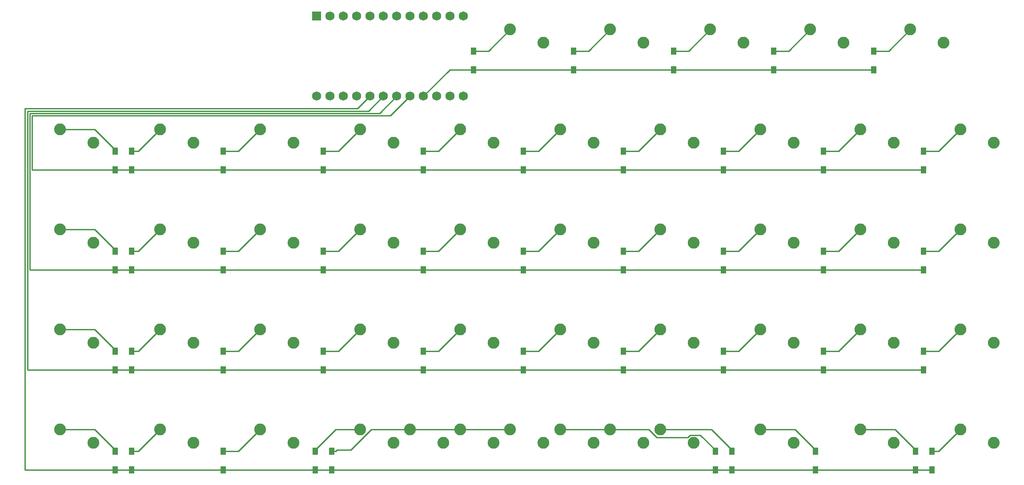
<source format=gtl>
G04 #@! TF.GenerationSoftware,KiCad,Pcbnew,(5.1.4)-1*
G04 #@! TF.CreationDate,2021-09-01T12:37:59-10:00*
G04 #@! TF.ProjectId,oya45,6f796134-352e-46b6-9963-61645f706362,rev?*
G04 #@! TF.SameCoordinates,Original*
G04 #@! TF.FileFunction,Copper,L1,Top*
G04 #@! TF.FilePolarity,Positive*
%FSLAX46Y46*%
G04 Gerber Fmt 4.6, Leading zero omitted, Abs format (unit mm)*
G04 Created by KiCad (PCBNEW (5.1.4)-1) date 2021-09-01 12:37:59*
%MOMM*%
%LPD*%
G04 APERTURE LIST*
%ADD10C,2.250000*%
%ADD11R,1.000000X1.400000*%
%ADD12R,1.752600X1.752600*%
%ADD13C,1.752600*%
%ADD14C,0.254000*%
G04 APERTURE END LIST*
D10*
X99060000Y-111760000D03*
X92710000Y-109220000D03*
X175260000Y-111760000D03*
X168910000Y-109220000D03*
X146685000Y-35560000D03*
X140335000Y-33020000D03*
D11*
X209550000Y-37118750D03*
X209550000Y-40668750D03*
X190500000Y-37118750D03*
X190500000Y-40668750D03*
X171450000Y-37118750D03*
X171450000Y-40668750D03*
X152400000Y-37118750D03*
X152400000Y-40668750D03*
X133350000Y-37118750D03*
X133350000Y-40668750D03*
X220662500Y-113318750D03*
X220662500Y-116868750D03*
X217487500Y-116868750D03*
X217487500Y-113318750D03*
X198437500Y-113318750D03*
X198437500Y-116868750D03*
X182562500Y-113318750D03*
X182562500Y-116868750D03*
X179387500Y-113318750D03*
X179387500Y-116868750D03*
X106362500Y-113318750D03*
X106362500Y-116868750D03*
X103187500Y-113318750D03*
X103187500Y-116868750D03*
X85725000Y-113318750D03*
X85725000Y-116868750D03*
X68262500Y-113318750D03*
X68262500Y-116868750D03*
X65087500Y-113318750D03*
X65087500Y-116868750D03*
X219075000Y-94268750D03*
X219075000Y-97818750D03*
X200025000Y-94268750D03*
X200025000Y-97818750D03*
X180975000Y-94268750D03*
X180975000Y-97818750D03*
X161925000Y-94268750D03*
X161925000Y-97818750D03*
X142875000Y-94268750D03*
X142875000Y-97818750D03*
X123825000Y-94268750D03*
X123825000Y-97818750D03*
X104775000Y-94268750D03*
X104775000Y-97818750D03*
X85725000Y-94268750D03*
X85725000Y-97818750D03*
X68262500Y-94268750D03*
X68262500Y-97818750D03*
X65087500Y-94268750D03*
X65087500Y-97818750D03*
X219075000Y-75218750D03*
X219075000Y-78768750D03*
X200025000Y-75218750D03*
X200025000Y-78768750D03*
X180975000Y-75218750D03*
X180975000Y-78768750D03*
X161925000Y-75218750D03*
X161925000Y-78768750D03*
X142875000Y-75218750D03*
X142875000Y-78768750D03*
X123825000Y-75218750D03*
X123825000Y-78768750D03*
X104775000Y-75218750D03*
X104775000Y-78768750D03*
X85725000Y-75218750D03*
X85725000Y-78768750D03*
X68262500Y-75218750D03*
X68262500Y-78768750D03*
X65087500Y-75218750D03*
X65087500Y-78768750D03*
X219075000Y-56168750D03*
X219075000Y-59718750D03*
X200025000Y-56168750D03*
X200025000Y-59718750D03*
X180975000Y-56168750D03*
X180975000Y-59718750D03*
X161925000Y-56168750D03*
X161925000Y-59718750D03*
X142875000Y-56168750D03*
X142875000Y-59718750D03*
X123825000Y-56168750D03*
X123825000Y-59718750D03*
X104775000Y-59718750D03*
X104775000Y-56168750D03*
X85725000Y-56168750D03*
X85725000Y-59718750D03*
X68262500Y-56168750D03*
X68262500Y-59718750D03*
X65087500Y-59718750D03*
X65087500Y-56168750D03*
D10*
X203835000Y-35560000D03*
X197485000Y-33020000D03*
X222885000Y-35560000D03*
X216535000Y-33020000D03*
D12*
X103505000Y-30480000D03*
D13*
X106045000Y-30480000D03*
X108585000Y-30480000D03*
X111125000Y-30480000D03*
X113665000Y-30480000D03*
X116205000Y-30480000D03*
X118745000Y-30480000D03*
X121285000Y-30480000D03*
X123825000Y-30480000D03*
X126365000Y-30480000D03*
X128905000Y-30480000D03*
X131445000Y-45720000D03*
X128905000Y-45720000D03*
X126365000Y-45720000D03*
X123825000Y-45720000D03*
X121285000Y-45720000D03*
X118745000Y-45720000D03*
X116205000Y-45720000D03*
X113665000Y-45720000D03*
X111125000Y-45720000D03*
X108585000Y-45720000D03*
X106045000Y-45720000D03*
X131445000Y-30480000D03*
X103505000Y-45720000D03*
D10*
X165735000Y-111760000D03*
X159385000Y-109220000D03*
X127635000Y-111760000D03*
X121285000Y-109220000D03*
X140335000Y-109220000D03*
X146685000Y-111760000D03*
X184785000Y-35560000D03*
X178435000Y-33020000D03*
X165735000Y-35560000D03*
X159385000Y-33020000D03*
X232410000Y-111760000D03*
X226060000Y-109220000D03*
X213360000Y-111760000D03*
X207010000Y-109220000D03*
X194310000Y-111760000D03*
X187960000Y-109220000D03*
X156210000Y-111760000D03*
X149860000Y-109220000D03*
X137160000Y-111760000D03*
X130810000Y-109220000D03*
X118110000Y-111760000D03*
X111760000Y-109220000D03*
X80010000Y-111760000D03*
X73660000Y-109220000D03*
X60960000Y-111760000D03*
X54610000Y-109220000D03*
X232410000Y-92710000D03*
X226060000Y-90170000D03*
X213360000Y-92710000D03*
X207010000Y-90170000D03*
X194310000Y-92710000D03*
X187960000Y-90170000D03*
X175260000Y-92710000D03*
X168910000Y-90170000D03*
X156210000Y-92710000D03*
X149860000Y-90170000D03*
X137160000Y-92710000D03*
X130810000Y-90170000D03*
X118110000Y-92710000D03*
X111760000Y-90170000D03*
X99060000Y-92710000D03*
X92710000Y-90170000D03*
X80010000Y-92710000D03*
X73660000Y-90170000D03*
X60960000Y-92710000D03*
X54610000Y-90170000D03*
X232410000Y-73660000D03*
X226060000Y-71120000D03*
X213360000Y-73660000D03*
X207010000Y-71120000D03*
X194310000Y-73660000D03*
X187960000Y-71120000D03*
X175260000Y-73660000D03*
X168910000Y-71120000D03*
X156210000Y-73660000D03*
X149860000Y-71120000D03*
X137160000Y-73660000D03*
X130810000Y-71120000D03*
X118110000Y-73660000D03*
X111760000Y-71120000D03*
X99060000Y-73660000D03*
X92710000Y-71120000D03*
X80010000Y-73660000D03*
X73660000Y-71120000D03*
X60960000Y-73660000D03*
X54610000Y-71120000D03*
X232410000Y-54610000D03*
X226060000Y-52070000D03*
X213360000Y-54610000D03*
X207010000Y-52070000D03*
X194310000Y-54610000D03*
X187960000Y-52070000D03*
X175260000Y-54610000D03*
X168910000Y-52070000D03*
X156210000Y-54610000D03*
X149860000Y-52070000D03*
X137160000Y-54610000D03*
X130810000Y-52070000D03*
X118110000Y-54610000D03*
X111760000Y-52070000D03*
X99060000Y-54610000D03*
X92710000Y-52070000D03*
X80010000Y-54610000D03*
X73660000Y-52070000D03*
X60960000Y-54610000D03*
X54610000Y-52070000D03*
D14*
X117563960Y-49441040D02*
X121285000Y-45720000D01*
X49326770Y-49441040D02*
X117563960Y-49441040D01*
X219075000Y-59718750D02*
X49326770Y-59718750D01*
X49326770Y-59718750D02*
X49326770Y-49441040D01*
X65087500Y-55968750D02*
X65087500Y-56168750D01*
X61188750Y-52070000D02*
X65087500Y-55968750D01*
X54610000Y-52070000D02*
X61188750Y-52070000D01*
X69561250Y-56168750D02*
X68262500Y-56168750D01*
X73660000Y-52070000D02*
X69561250Y-56168750D01*
X88611250Y-56168750D02*
X85725000Y-56168750D01*
X92710000Y-52070000D02*
X88611250Y-56168750D01*
X107661250Y-56168750D02*
X104775000Y-56168750D01*
X111760000Y-52070000D02*
X107661250Y-56168750D01*
X126711250Y-56168750D02*
X123825000Y-56168750D01*
X130810000Y-52070000D02*
X126711250Y-56168750D01*
X145761250Y-56168750D02*
X142875000Y-56168750D01*
X149860000Y-52070000D02*
X145761250Y-56168750D01*
X164811250Y-56168750D02*
X161925000Y-56168750D01*
X168910000Y-52070000D02*
X164811250Y-56168750D01*
X183861250Y-56168750D02*
X180975000Y-56168750D01*
X187960000Y-52070000D02*
X183861250Y-56168750D01*
X202911250Y-56168750D02*
X200025000Y-56168750D01*
X207010000Y-52070000D02*
X202911250Y-56168750D01*
X221961250Y-56168750D02*
X219075000Y-56168750D01*
X226060000Y-52070000D02*
X221961250Y-56168750D01*
X48872760Y-78768750D02*
X48872760Y-48987030D01*
X115477970Y-48987030D02*
X118745000Y-45720000D01*
X48872760Y-48987030D02*
X115477970Y-48987030D01*
X219075000Y-78768750D02*
X48872760Y-78768750D01*
X56200990Y-71120000D02*
X54610000Y-71120000D01*
X61188750Y-71120000D02*
X56200990Y-71120000D01*
X65087500Y-75018750D02*
X61188750Y-71120000D01*
X65087500Y-75218750D02*
X65087500Y-75018750D01*
X69561250Y-75218750D02*
X68262500Y-75218750D01*
X73660000Y-71120000D02*
X69561250Y-75218750D01*
X88611250Y-75218750D02*
X85725000Y-75218750D01*
X92710000Y-71120000D02*
X88611250Y-75218750D01*
X107661250Y-75218750D02*
X104775000Y-75218750D01*
X111760000Y-71120000D02*
X107661250Y-75218750D01*
X126711250Y-75218750D02*
X123825000Y-75218750D01*
X130810000Y-71120000D02*
X126711250Y-75218750D01*
X145761250Y-75218750D02*
X142875000Y-75218750D01*
X149860000Y-71120000D02*
X145761250Y-75218750D01*
X164811250Y-75218750D02*
X161925000Y-75218750D01*
X168910000Y-71120000D02*
X164811250Y-75218750D01*
X183861250Y-75218750D02*
X180975000Y-75218750D01*
X187960000Y-71120000D02*
X183861250Y-75218750D01*
X202911250Y-75218750D02*
X200025000Y-75218750D01*
X207010000Y-71120000D02*
X202911250Y-75218750D01*
X221961250Y-75218750D02*
X219075000Y-75218750D01*
X226060000Y-71120000D02*
X221961250Y-75218750D01*
X113391980Y-48533020D02*
X116205000Y-45720000D01*
X48418750Y-48533020D02*
X113391980Y-48533020D01*
X219075000Y-97818750D02*
X48418750Y-97818750D01*
X48418750Y-97818750D02*
X48418750Y-48533020D01*
X65087500Y-94068750D02*
X65087500Y-94268750D01*
X61188750Y-90170000D02*
X65087500Y-94068750D01*
X54610000Y-90170000D02*
X61188750Y-90170000D01*
X69561250Y-94268750D02*
X68262500Y-94268750D01*
X73660000Y-90170000D02*
X69561250Y-94268750D01*
X88611250Y-94268750D02*
X85725000Y-94268750D01*
X92710000Y-90170000D02*
X88611250Y-94268750D01*
X107661250Y-94268750D02*
X104775000Y-94268750D01*
X111760000Y-90170000D02*
X107661250Y-94268750D01*
X126711250Y-94268750D02*
X123825000Y-94268750D01*
X130810000Y-90170000D02*
X126711250Y-94268750D01*
X145761250Y-94268750D02*
X142875000Y-94268750D01*
X149860000Y-90170000D02*
X145761250Y-94268750D01*
X164811250Y-94268750D02*
X161925000Y-94268750D01*
X168910000Y-90170000D02*
X164811250Y-94268750D01*
X183861250Y-94268750D02*
X180975000Y-94268750D01*
X187960000Y-90170000D02*
X183861250Y-94268750D01*
X202911250Y-94268750D02*
X200025000Y-94268750D01*
X207010000Y-90170000D02*
X202911250Y-94268750D01*
X221961250Y-94268750D02*
X219075000Y-94268750D01*
X226060000Y-90170000D02*
X221961250Y-94268750D01*
X111305990Y-48079010D02*
X113665000Y-45720000D01*
X47964740Y-48079010D02*
X111305990Y-48079010D01*
X47964740Y-116866139D02*
X47967351Y-116868750D01*
X47964740Y-48079010D02*
X47964740Y-116866139D01*
X47979621Y-116868750D02*
X47977010Y-116866139D01*
X220662500Y-116868750D02*
X47979621Y-116868750D01*
X56200990Y-109220000D02*
X54610000Y-109220000D01*
X61188750Y-109220000D02*
X56200990Y-109220000D01*
X65087500Y-113118750D02*
X61188750Y-109220000D01*
X65087500Y-113318750D02*
X65087500Y-113118750D01*
X69561250Y-113318750D02*
X68262500Y-113318750D01*
X73660000Y-109220000D02*
X69561250Y-113318750D01*
X88611250Y-113318750D02*
X85725000Y-113318750D01*
X92710000Y-109220000D02*
X88611250Y-113318750D01*
X103187500Y-113118750D02*
X103187500Y-113318750D01*
X107086250Y-109220000D02*
X103187500Y-113118750D01*
X111760000Y-109220000D02*
X107086250Y-109220000D01*
X140335000Y-109220000D02*
X121285000Y-109220000D01*
X107116500Y-113318750D02*
X106362500Y-113318750D01*
X107337251Y-113097999D02*
X107116500Y-113318750D01*
X110030963Y-113097999D02*
X107337251Y-113097999D01*
X113908962Y-109220000D02*
X110030963Y-113097999D01*
X121285000Y-109220000D02*
X113908962Y-109220000D01*
X151450990Y-109220000D02*
X159385000Y-109220000D01*
X149860000Y-109220000D02*
X151450990Y-109220000D01*
X174199037Y-110672001D02*
X174563039Y-110307999D01*
X168213039Y-110672001D02*
X174199037Y-110672001D01*
X159385000Y-109220000D02*
X166761038Y-109220000D01*
X166761038Y-109220000D02*
X168213039Y-110672001D01*
X179387500Y-113118750D02*
X179387500Y-113318750D01*
X176576749Y-110307999D02*
X179387500Y-113118750D01*
X174563039Y-110307999D02*
X176576749Y-110307999D01*
X182562500Y-113118750D02*
X182562500Y-113318750D01*
X178663750Y-109220000D02*
X182562500Y-113118750D01*
X168910000Y-109220000D02*
X178663750Y-109220000D01*
X198437500Y-113118750D02*
X198437500Y-113318750D01*
X194538750Y-109220000D02*
X198437500Y-113118750D01*
X187960000Y-109220000D02*
X194538750Y-109220000D01*
X217487500Y-113118750D02*
X217487500Y-113318750D01*
X213588750Y-109220000D02*
X217487500Y-113118750D01*
X207010000Y-109220000D02*
X213588750Y-109220000D01*
X221961250Y-113318750D02*
X220662500Y-113318750D01*
X226060000Y-109220000D02*
X221961250Y-113318750D01*
X128876250Y-40668750D02*
X123825000Y-45720000D01*
X209550000Y-40668750D02*
X128876250Y-40668750D01*
X136236250Y-37118750D02*
X133350000Y-37118750D01*
X140335000Y-33020000D02*
X136236250Y-37118750D01*
X155286250Y-37118750D02*
X152400000Y-37118750D01*
X159385000Y-33020000D02*
X155286250Y-37118750D01*
X174336250Y-37118750D02*
X178435000Y-33020000D01*
X171450000Y-37118750D02*
X174336250Y-37118750D01*
X193386250Y-37118750D02*
X190500000Y-37118750D01*
X197485000Y-33020000D02*
X193386250Y-37118750D01*
X212436250Y-37118750D02*
X209550000Y-37118750D01*
X216535000Y-33020000D02*
X212436250Y-37118750D01*
M02*

</source>
